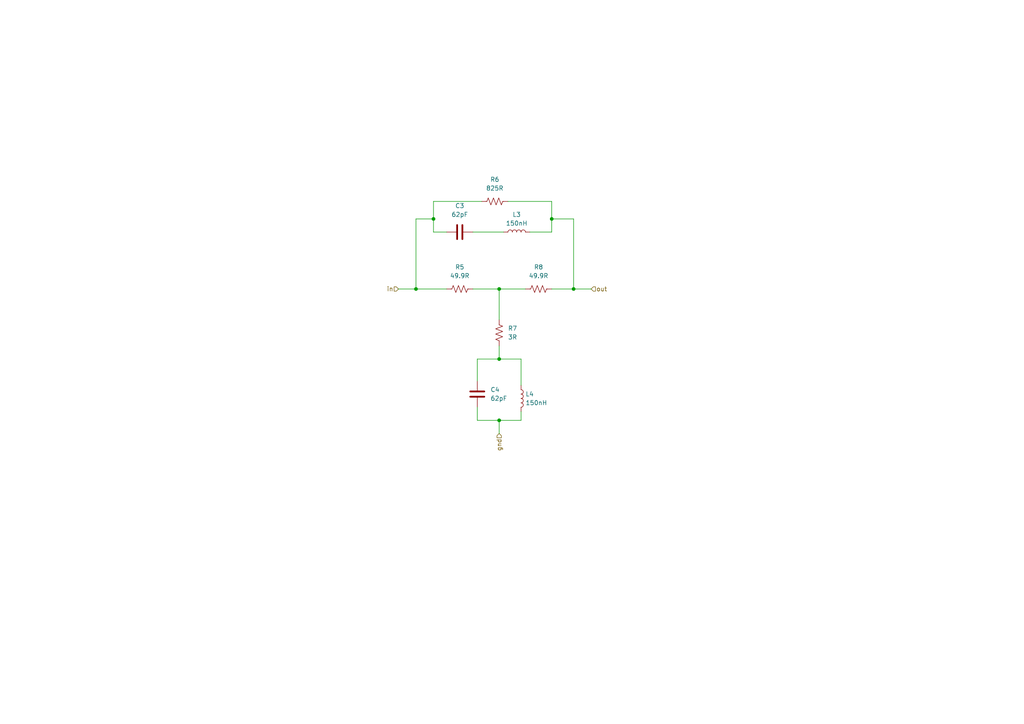
<source format=kicad_sch>
(kicad_sch (version 20231120) (generator "eeschema") (generator_version "8.0")
  (paper "A4")
  (lib_symbols
    (symbol "Device:C" (pin_numbers hide) (pin_names (offset 0.254))
      (property "Reference" "C" (at 0.635 2.54 0))
      (property "Value" "C" (at 0.635 -2.54 0))
      (symbol "C_0_1"
        (polyline (pts (xy -2.032 -0.762) (xy 2.032 -0.762)) (stroke (width 0.508)))
        (polyline (pts (xy -2.032 0.762) (xy 2.032 0.762)) (stroke (width 0.508)))
      )
      (symbol "C_1_1"
        (pin passive line (at 0 3.81 270) (length 2.794) (name "~") (number "1"))
        (pin passive line (at 0 -3.81 90) (length 2.794) (name "~") (number "2"))
      )
    )
    (symbol "Device:L" (pin_numbers hide) (pin_names (offset 1.016) hide)
      (property "Reference" "L" (at -1.27 0 90))
      (property "Value" "L" (at 1.905 0 90))
      (symbol "L_0_1"
        (arc (start 0 -2.54) (mid 0.6323 -1.905) (end 0 -1.27))
        (arc (start 0 -1.27) (mid 0.6323 -0.635) (end 0 0))
        (arc (start 0 0) (mid 0.6323 0.635) (end 0 1.27))
        (arc (start 0 1.27) (mid 0.6323 1.905) (end 0 2.54))
      )
      (symbol "L_1_1"
        (pin passive line (at 0 3.81 270) (length 1.27) (name "1") (number "1"))
        (pin passive line (at 0 -3.81 90) (length 1.27) (name "2") (number "2"))
      )
    )
    (symbol "Device:R_US" (pin_numbers hide) (pin_names (offset 0))
      (property "Reference" "R" (at 2.54 0 90))
      (property "Value" "R_US" (at -2.54 0 90))
      (symbol "R_US_0_1"
        (polyline (pts (xy 0 -2.286) (xy 0 -2.54)))
        (polyline (pts (xy 0 2.286) (xy 0 2.54)))
        (polyline (pts (xy 0 -0.762) (xy 1.016 -1.143) (xy 0 -1.524) (xy -1.016 -1.905) (xy 0 -2.286)))
        (polyline (pts (xy 0 0.762) (xy 1.016 0.381) (xy 0 0) (xy -1.016 -0.381) (xy 0 -0.762)))
        (polyline (pts (xy 0 2.286) (xy 1.016 1.905) (xy 0 1.524) (xy -1.016 1.143) (xy 0 0.762)))
      )
      (symbol "R_US_1_1"
        (pin passive line (at 0 3.81 270) (length 1.27) (name "~") (number "1"))
        (pin passive line (at 0 -3.81 90) (length 1.27) (name "~") (number "2"))
      )
    )
  )
  (junction (at 160.02 63.5))
  (junction (at 144.78 121.92))
  (junction (at 166.37 83.82))
  (junction (at 144.78 83.82))
  (junction (at 144.78 104.14))
  (junction (at 120.65 83.82))
  (junction (at 125.73 63.5))
  (wire (pts (xy 120.65 63.5) (xy 125.73 63.5)))
  (wire (pts (xy 137.16 83.82) (xy 144.78 83.82)))
  (wire (pts (xy 138.43 118.11) (xy 138.43 121.92)))
  (wire (pts (xy 153.67 67.31) (xy 160.02 67.31)))
  (wire (pts (xy 144.78 100.33) (xy 144.78 104.14)))
  (wire (pts (xy 125.73 67.31) (xy 129.54 67.31)))
  (wire (pts (xy 125.73 63.5) (xy 125.73 67.31)))
  (wire (pts (xy 160.02 63.5) (xy 160.02 58.42)))
  (wire (pts (xy 115.57 83.82) (xy 120.65 83.82)))
  (wire (pts (xy 160.02 67.31) (xy 160.02 63.5)))
  (wire (pts (xy 138.43 104.14) (xy 144.78 104.14)))
  (wire (pts (xy 160.02 83.82) (xy 166.37 83.82)))
  (wire (pts (xy 144.78 121.92) (xy 144.78 125.73)))
  (wire (pts (xy 144.78 83.82) (xy 144.78 92.71)))
  (wire (pts (xy 120.65 83.82) (xy 129.54 83.82)))
  (wire (pts (xy 144.78 104.14) (xy 151.13 104.14)))
  (wire (pts (xy 139.7 58.42) (xy 125.73 58.42)))
  (wire (pts (xy 138.43 121.92) (xy 144.78 121.92)))
  (wire (pts (xy 151.13 119.38) (xy 151.13 121.92)))
  (wire (pts (xy 144.78 83.82) (xy 152.4 83.82)))
  (wire (pts (xy 147.32 58.42) (xy 160.02 58.42)))
  (wire (pts (xy 125.73 58.42) (xy 125.73 63.5)))
  (wire (pts (xy 171.45 83.82) (xy 166.37 83.82)))
  (wire (pts (xy 120.65 83.82) (xy 120.65 63.5)))
  (wire (pts (xy 160.02 63.5) (xy 166.37 63.5)))
  (wire (pts (xy 151.13 104.14) (xy 151.13 111.76)))
  (wire (pts (xy 137.16 67.31) (xy 146.05 67.31)))
  (wire (pts (xy 166.37 63.5) (xy 166.37 83.82)))
  (wire (pts (xy 144.78 121.92) (xy 151.13 121.92)))
  (wire (pts (xy 138.43 110.49) (xy 138.43 104.14)))
  (hierarchical_label "gnd" (shape input) (at 144.78 125.73 270))
  (hierarchical_label "out" (shape input) (at 171.45 83.82 0))
  (hierarchical_label "in" (shape input) (at 115.57 83.82 180))
  (symbol (lib_id "Device:R_US") (at 144.78 96.52 0) (unit 1)
    (property "Reference" "R7" (at 147.32 95.2499 0) (effects (justify left)))
    (property "Value" "3R" (at 147.32 97.7899 0) (effects (justify left)))
    (property "Footprint" "Resistor_SMD:R_0603_1608Metric_Pad0.98x0.95mm_HandSolder" (effects (hide yes)))
    (property "Datasheet" "https://ar.mouser.com/datasheet/2/447/PYu_RT_1_to_0_01_RoHS_L_15-3461507.pdf" (effects (hide yes)))
    (property "Description" "Resistor, US symbol" (effects (hide yes)))
    (property "Manufacturer" "YAGEO" (effects (hide yes)))
    (property "Manufacturer P/N" "RT0603FRE073RL" (effects (hide yes)))
    (property "Mouser P/N" "603-RT0603FRE073RL" (effects (hide yes)))
    (property "Note" "Thin F 1% 1/10W" (effects (hide yes)))
  )
  (symbol (lib_id "Device:L") (at 151.13 115.57 0) (unit 1)
    (property "Reference" "L4" (at 152.4 114.2999 0) (effects (justify left)))
    (property "Value" "150nH" (at 152.4 116.8399 0) (effects (justify left)))
    (property "Footprint" "Inductor_SMD:L_0603_1608Metric_Pad1.05x0.95mm_HandSolder" (effects (hide yes)))
    (property "Datasheet" "https://product.tdk.com/system/files/dam/doc/product/inductor/inductor/smd/catalog/inductor_commercial_standard_mlj1608_en.pdf?ref_disty=mouser" (effects (hide yes)))
    (property "Description" "Inductor" (effects (hide yes)))
    (property "Manufacturer" "TDK" (effects (hide yes)))
    (property "Manufacturer P/N" " MLJ1608WR15JT000" (effects (hide yes)))
    (property "Mouser P/N" "810-MLJ1608WR15JT000" (effects (hide yes)))
    (property "Note" "5% 0.16R" (effects (hide yes)))
  )
  (symbol (lib_id "Device:C") (at 133.35 67.31 90) (unit 1)
    (property "Reference" "C3" (at 133.35 59.69 90))
    (property "Value" "62pF" (at 133.35 62.23 90))
    (property "Footprint" "Capacitor_SMD:C_0603_1608Metric_Pad1.08x0.95mm_HandSolder" (effects (hide yes)))
    (property "Datasheet" "https://ar.mouser.com/datasheet/2/447/upy_np0x7r_mv_100_to_630v-3461223.pdf" (effects (hide yes)))
    (property "Description" "Unpolarized capacitor" (effects (hide yes)))
    (property "Manufacturer" "YAGEO" (effects (hide yes)))
    (property "Manufacturer P/N" "CC0603JRNPO9BN620" (effects (hide yes)))
    (property "Mouser P/N" "603-CC603JRNPO9BN620" (effects (hide yes)))
    (property "Note" "50V 5%" (effects (hide yes)))
  )
  (symbol (lib_id "Device:R_US") (at 133.35 83.82 90) (unit 1)
    (property "Reference" "R5" (at 133.35 77.47 90))
    (property "Value" "49.9R" (at 133.35 80.01 90))
    (property "Footprint" "Resistor_SMD:R_0603_1608Metric_Pad0.98x0.95mm_HandSolder" (effects (hide yes)))
    (property "Datasheet" "https://ar.mouser.com/datasheet/2/447/PYu_RT_1_to_0_01_RoHS_L_15-3461507.pdf" (effects (hide yes)))
    (property "Description" "Resistor, US symbol" (effects (hide yes)))
    (property "Manufacturer" "YAGEO" (effects (hide yes)))
    (property "Manufacturer P/N" " RT0603FRE0749R9L" (effects (hide yes)))
    (property "Mouser P/N" "603-RT0603FRE0749R9L" (effects (hide yes)))
    (property "Note" "Thin Film 1% 1/10W" (effects (hide yes)))
  )
  (symbol (lib_id "Device:C") (at 138.43 114.3 180) (unit 1)
    (property "Reference" "C4" (at 142.24 113.0299 0) (effects (justify right)))
    (property "Value" "62pF" (at 142.24 115.5699 0) (effects (justify right)))
    (property "Footprint" "Capacitor_SMD:C_0603_1608Metric_Pad1.08x0.95mm_HandSolder" (effects (hide yes)))
    (property "Datasheet" "https://ar.mouser.com/datasheet/2/447/upy_np0x7r_mv_100_to_630v-3461223.pdf" (effects (hide yes)))
    (property "Description" "Unpolarized capacitor" (effects (hide yes)))
    (property "Manufacturer" "YAGEO" (effects (hide yes)))
    (property "Manufacturer P/N" "CC0603JRNPO9BN620" (effects (hide yes)))
    (property "Mouser P/N" "603-CC603JRNPO9BN620" (effects (hide yes)))
    (property "Note" "50V 5%" (effects (hide yes)))
  )
  (symbol (lib_id "Device:R_US") (at 156.21 83.82 90) (unit 1)
    (property "Reference" "R8" (at 156.21 77.47 90))
    (property "Value" "49.9R" (at 156.21 80.01 90))
    (property "Footprint" "Resistor_SMD:R_0603_1608Metric_Pad0.98x0.95mm_HandSolder" (effects (hide yes)))
    (property "Datasheet" "https://ar.mouser.com/datasheet/2/447/PYu_RT_1_to_0_01_RoHS_L_15-3461507.pdf" (effects (hide yes)))
    (property "Description" "Resistor, US symbol" (effects (hide yes)))
    (property "Manufacturer" "YAGEO" (effects (hide yes)))
    (property "Manufacturer P/N" " RT0603FRE0749R9L" (effects (hide yes)))
    (property "Mouser P/N" "603-RT0603FRE0749R9L" (effects (hide yes)))
    (property "Note" "Thin Film 1% 1/10W" (effects (hide yes)))
  )
  (symbol (lib_id "Device:R_US") (at 143.51 58.42 90) (unit 1)
    (property "Reference" "R6" (at 143.51 52.07 90))
    (property "Value" "825R" (at 143.51 54.61 90))
    (property "Footprint" "Resistor_SMD:R_0603_1608Metric_Pad0.98x0.95mm_HandSolder" (effects (hide yes)))
    (property "Datasheet" "https://ar.mouser.com/datasheet/2/447/PYu_RT_1_to_0_01_RoHS_L_15-3461507.pdf" (effects (hide yes)))
    (property "Description" "Resistor, US symbol" (effects (hide yes)))
    (property "Manufacturer" "YAGEO" (effects (hide yes)))
    (property "Manufacturer P/N" " RT0603FRE07825RL" (effects (hide yes)))
    (property "Mouser P/N" "603-RT0603FRE07825RL" (effects (hide yes)))
    (property "Note" "Thin F 1% 1/10W" (effects (hide yes)))
  )
  (symbol (lib_id "Device:L") (at 149.86 67.31 90) (unit 1)
    (property "Reference" "L3" (at 149.86 62.23 90))
    (property "Value" "150nH" (at 149.86 64.77 90))
    (property "Footprint" "Inductor_SMD:L_0603_1608Metric_Pad1.05x0.95mm_HandSolder" (effects (hide yes)))
    (property "Datasheet" "https://product.tdk.com/system/files/dam/doc/product/inductor/inductor/smd/catalog/inductor_commercial_standard_mlj1608_en.pdf?ref_disty=mouser" (effects (hide yes)))
    (property "Description" "Inductor" (effects (hide yes)))
    (property "Manufacturer" "TDK" (effects (hide yes)))
    (property "Manufacturer P/N" " MLJ1608WR15JT000" (effects (hide yes)))
    (property "Mouser P/N" "810-MLJ1608WR15JT000" (effects (hide yes)))
    (property "Note" "5% 0.16R" (effects (hide yes)))
  )
)
</source>
